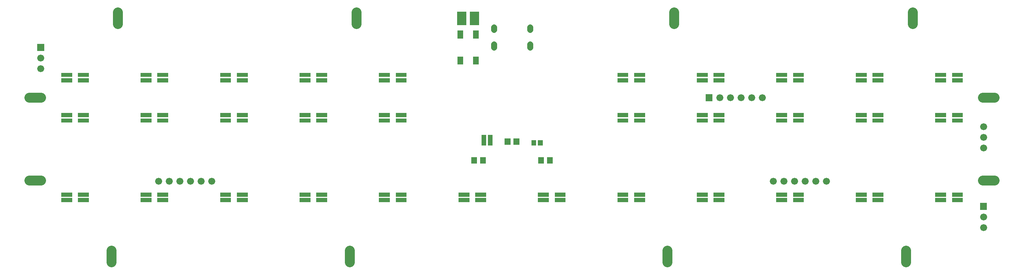
<source format=gts>
G04 Layer: TopSolderMaskLayer*
G04 EasyEDA v6.4.25, 2022-01-27T13:57:17+08:00*
G04 c860a57ab6e24c20a85ed983e1d1ab15,3b57db4a37c74da5bb1b5bc11455ab19,10*
G04 Gerber Generator version 0.2*
G04 Scale: 100 percent, Rotated: No, Reflected: No *
G04 Dimensions in inches *
G04 leading zeros omitted , absolute positions ,3 integer and 6 decimal *
%FSLAX36Y36*%
%MOIN*%

%ADD39C,0.0552*%
%ADD40C,0.0946*%
%ADD46C,0.0660*%

%LPD*%
D39*
X-170077Y640253D02*
G01*
X-170077Y663874D01*
X170082Y640253D02*
G01*
X170082Y663874D01*
X170082Y471745D02*
G01*
X170082Y503242D01*
X-170077Y471745D02*
G01*
X-170077Y503242D01*
D40*
X-4433069Y3D02*
G01*
X-4543305Y3D01*
X-4433069Y-779526D02*
G01*
X-4543305Y-779526D01*
X4543310Y3D02*
G01*
X4433074Y3D01*
X4543310Y-779526D02*
G01*
X4433074Y-779526D01*
X-3771657Y-1440947D02*
G01*
X-3771657Y-1551183D01*
X-3708657Y803152D02*
G01*
X-3708657Y692916D01*
X-1527557Y-1440947D02*
G01*
X-1527557Y-1551183D01*
X-1464567Y803152D02*
G01*
X-1464567Y692916D01*
X1464562Y-1440947D02*
G01*
X1464562Y-1551183D01*
X1527563Y803152D02*
G01*
X1527563Y692916D01*
X3708662Y-1440947D02*
G01*
X3708662Y-1551183D01*
X3771652Y803152D02*
G01*
X3771652Y692916D01*
G36*
X-511847Y312984D02*
G01*
X-511847Y387784D01*
X-460646Y387784D01*
X-460646Y312984D01*
G37*
G36*
X-366147Y312984D02*
G01*
X-366147Y387784D01*
X-314947Y387784D01*
X-314947Y312984D01*
G37*
G36*
X-511847Y557083D02*
G01*
X-511847Y631884D01*
X-460646Y631884D01*
X-460646Y557083D01*
G37*
G36*
X-366147Y557083D02*
G01*
X-366147Y631884D01*
X-314947Y631884D01*
X-314947Y557083D01*
G37*
G36*
X-4244147Y195383D02*
G01*
X-4244147Y234884D01*
X-4141647Y234884D01*
X-4141647Y195383D01*
G37*
G36*
X-4086647Y195383D02*
G01*
X-4086647Y234884D01*
X-3984147Y234884D01*
X-3984147Y195383D01*
G37*
G36*
X-4086647Y144384D02*
G01*
X-4086647Y183883D01*
X-3984147Y183883D01*
X-3984147Y144384D01*
G37*
G36*
X-4244147Y144384D02*
G01*
X-4244147Y183883D01*
X-4141647Y183883D01*
X-4141647Y144384D01*
G37*
G36*
X-3496147Y195383D02*
G01*
X-3496147Y234884D01*
X-3393647Y234884D01*
X-3393647Y195383D01*
G37*
G36*
X-3338647Y195383D02*
G01*
X-3338647Y234884D01*
X-3236147Y234884D01*
X-3236147Y195383D01*
G37*
G36*
X-3338647Y144384D02*
G01*
X-3338647Y183883D01*
X-3236147Y183883D01*
X-3236147Y144384D01*
G37*
G36*
X-3496147Y144384D02*
G01*
X-3496147Y183883D01*
X-3393647Y183883D01*
X-3393647Y144384D01*
G37*
G36*
X-2748047Y195383D02*
G01*
X-2748047Y234884D01*
X-2645646Y234884D01*
X-2645646Y195383D01*
G37*
G36*
X-2590646Y195383D02*
G01*
X-2590646Y234884D01*
X-2488146Y234884D01*
X-2488146Y195383D01*
G37*
G36*
X-2590646Y144384D02*
G01*
X-2590646Y183883D01*
X-2488146Y183883D01*
X-2488146Y144384D01*
G37*
G36*
X-2748047Y144384D02*
G01*
X-2748047Y183883D01*
X-2645646Y183883D01*
X-2645646Y144384D01*
G37*
G36*
X-2000047Y195383D02*
G01*
X-2000047Y234884D01*
X-1897547Y234884D01*
X-1897547Y195383D01*
G37*
G36*
X-1842547Y195383D02*
G01*
X-1842547Y234884D01*
X-1740047Y234884D01*
X-1740047Y195383D01*
G37*
G36*
X-1842547Y144384D02*
G01*
X-1842547Y183883D01*
X-1740047Y183883D01*
X-1740047Y144384D01*
G37*
G36*
X-2000047Y144384D02*
G01*
X-2000047Y183883D01*
X-1897547Y183883D01*
X-1897547Y144384D01*
G37*
G36*
X-1252047Y195383D02*
G01*
X-1252047Y234884D01*
X-1149547Y234884D01*
X-1149547Y195383D01*
G37*
G36*
X-1094547Y195383D02*
G01*
X-1094547Y234884D01*
X-992047Y234884D01*
X-992047Y195383D01*
G37*
G36*
X-1094547Y144384D02*
G01*
X-1094547Y183883D01*
X-992047Y183883D01*
X-992047Y144384D01*
G37*
G36*
X-1252047Y144384D02*
G01*
X-1252047Y183883D01*
X-1149547Y183883D01*
X-1149547Y144384D01*
G37*
G36*
X992052Y195383D02*
G01*
X992052Y234884D01*
X1094552Y234884D01*
X1094552Y195383D01*
G37*
G36*
X1149552Y195383D02*
G01*
X1149552Y234884D01*
X1252052Y234884D01*
X1252052Y195383D01*
G37*
G36*
X1149552Y144384D02*
G01*
X1149552Y183883D01*
X1252052Y183883D01*
X1252052Y144384D01*
G37*
G36*
X992052Y144384D02*
G01*
X992052Y183883D01*
X1094552Y183883D01*
X1094552Y144384D01*
G37*
G36*
X1740052Y195383D02*
G01*
X1740052Y234884D01*
X1842552Y234884D01*
X1842552Y195383D01*
G37*
G36*
X1897552Y195383D02*
G01*
X1897552Y234884D01*
X2000052Y234884D01*
X2000052Y195383D01*
G37*
G36*
X1897552Y144384D02*
G01*
X1897552Y183883D01*
X2000052Y183883D01*
X2000052Y144384D01*
G37*
G36*
X1740052Y144384D02*
G01*
X1740052Y183883D01*
X1842552Y183883D01*
X1842552Y144384D01*
G37*
G36*
X2488152Y195383D02*
G01*
X2488152Y234884D01*
X2590652Y234884D01*
X2590652Y195383D01*
G37*
G36*
X2645652Y195383D02*
G01*
X2645652Y234884D01*
X2748053Y234884D01*
X2748053Y195383D01*
G37*
G36*
X2645652Y144384D02*
G01*
X2645652Y183883D01*
X2748053Y183883D01*
X2748053Y144384D01*
G37*
G36*
X2488152Y144384D02*
G01*
X2488152Y183883D01*
X2590652Y183883D01*
X2590652Y144384D01*
G37*
G36*
X3236152Y195383D02*
G01*
X3236152Y234884D01*
X3338652Y234884D01*
X3338652Y195383D01*
G37*
G36*
X3393652Y195383D02*
G01*
X3393652Y234884D01*
X3496152Y234884D01*
X3496152Y195383D01*
G37*
G36*
X3393652Y144384D02*
G01*
X3393652Y183883D01*
X3496152Y183883D01*
X3496152Y144384D01*
G37*
G36*
X3236152Y144384D02*
G01*
X3236152Y183883D01*
X3338652Y183883D01*
X3338652Y144384D01*
G37*
G36*
X3984152Y195383D02*
G01*
X3984152Y234884D01*
X4086652Y234884D01*
X4086652Y195383D01*
G37*
G36*
X4141652Y195383D02*
G01*
X4141652Y234884D01*
X4244152Y234884D01*
X4244152Y195383D01*
G37*
G36*
X4141652Y144384D02*
G01*
X4141652Y183883D01*
X4244152Y183883D01*
X4244152Y144384D01*
G37*
G36*
X3984152Y144384D02*
G01*
X3984152Y183883D01*
X4086652Y183883D01*
X4086652Y144384D01*
G37*
G36*
X-4086647Y-234816D02*
G01*
X-4086647Y-195315D01*
X-3984147Y-195315D01*
X-3984147Y-234816D01*
G37*
G36*
X-4244147Y-234816D02*
G01*
X-4244147Y-195315D01*
X-4141647Y-195315D01*
X-4141647Y-234816D01*
G37*
G36*
X-4244147Y-183816D02*
G01*
X-4244147Y-144315D01*
X-4141647Y-144315D01*
X-4141647Y-183816D01*
G37*
G36*
X-4086647Y-183816D02*
G01*
X-4086647Y-144315D01*
X-3984147Y-144315D01*
X-3984147Y-183816D01*
G37*
G36*
X-3338647Y-234816D02*
G01*
X-3338647Y-195315D01*
X-3236147Y-195315D01*
X-3236147Y-234816D01*
G37*
G36*
X-3496147Y-234816D02*
G01*
X-3496147Y-195315D01*
X-3393647Y-195315D01*
X-3393647Y-234816D01*
G37*
G36*
X-3496147Y-183816D02*
G01*
X-3496147Y-144315D01*
X-3393647Y-144315D01*
X-3393647Y-183816D01*
G37*
G36*
X-3338647Y-183816D02*
G01*
X-3338647Y-144315D01*
X-3236147Y-144315D01*
X-3236147Y-183816D01*
G37*
G36*
X-2590646Y-234816D02*
G01*
X-2590646Y-195315D01*
X-2488146Y-195315D01*
X-2488146Y-234816D01*
G37*
G36*
X-2748047Y-234816D02*
G01*
X-2748047Y-195315D01*
X-2645646Y-195315D01*
X-2645646Y-234816D01*
G37*
G36*
X-2748047Y-183816D02*
G01*
X-2748047Y-144315D01*
X-2645646Y-144315D01*
X-2645646Y-183816D01*
G37*
G36*
X-2590646Y-183816D02*
G01*
X-2590646Y-144315D01*
X-2488146Y-144315D01*
X-2488146Y-183816D01*
G37*
G36*
X-1842547Y-234816D02*
G01*
X-1842547Y-195315D01*
X-1740047Y-195315D01*
X-1740047Y-234816D01*
G37*
G36*
X-2000047Y-234816D02*
G01*
X-2000047Y-195315D01*
X-1897547Y-195315D01*
X-1897547Y-234816D01*
G37*
G36*
X-2000047Y-183816D02*
G01*
X-2000047Y-144315D01*
X-1897547Y-144315D01*
X-1897547Y-183816D01*
G37*
G36*
X-1842547Y-183816D02*
G01*
X-1842547Y-144315D01*
X-1740047Y-144315D01*
X-1740047Y-183816D01*
G37*
G36*
X-1094547Y-234816D02*
G01*
X-1094547Y-195315D01*
X-992047Y-195315D01*
X-992047Y-234816D01*
G37*
G36*
X-1252047Y-234816D02*
G01*
X-1252047Y-195315D01*
X-1149547Y-195315D01*
X-1149547Y-234816D01*
G37*
G36*
X-1252047Y-183816D02*
G01*
X-1252047Y-144315D01*
X-1149547Y-144315D01*
X-1149547Y-183816D01*
G37*
G36*
X-1094547Y-183816D02*
G01*
X-1094547Y-144315D01*
X-992047Y-144315D01*
X-992047Y-183816D01*
G37*
G36*
X1149552Y-234816D02*
G01*
X1149552Y-195315D01*
X1252052Y-195315D01*
X1252052Y-234816D01*
G37*
G36*
X992052Y-234816D02*
G01*
X992052Y-195315D01*
X1094552Y-195315D01*
X1094552Y-234816D01*
G37*
G36*
X992052Y-183816D02*
G01*
X992052Y-144315D01*
X1094552Y-144315D01*
X1094552Y-183816D01*
G37*
G36*
X1149552Y-183816D02*
G01*
X1149552Y-144315D01*
X1252052Y-144315D01*
X1252052Y-183816D01*
G37*
G36*
X1897552Y-234816D02*
G01*
X1897552Y-195315D01*
X2000052Y-195315D01*
X2000052Y-234816D01*
G37*
G36*
X1740052Y-234816D02*
G01*
X1740052Y-195315D01*
X1842552Y-195315D01*
X1842552Y-234816D01*
G37*
G36*
X1740052Y-183816D02*
G01*
X1740052Y-144315D01*
X1842552Y-144315D01*
X1842552Y-183816D01*
G37*
G36*
X1897552Y-183816D02*
G01*
X1897552Y-144315D01*
X2000052Y-144315D01*
X2000052Y-183816D01*
G37*
G36*
X2645652Y-234816D02*
G01*
X2645652Y-195315D01*
X2748053Y-195315D01*
X2748053Y-234816D01*
G37*
G36*
X2488152Y-234816D02*
G01*
X2488152Y-195315D01*
X2590652Y-195315D01*
X2590652Y-234816D01*
G37*
G36*
X2488152Y-183816D02*
G01*
X2488152Y-144315D01*
X2590652Y-144315D01*
X2590652Y-183816D01*
G37*
G36*
X2645652Y-183816D02*
G01*
X2645652Y-144315D01*
X2748053Y-144315D01*
X2748053Y-183816D01*
G37*
G36*
X3393652Y-234816D02*
G01*
X3393652Y-195315D01*
X3496152Y-195315D01*
X3496152Y-234816D01*
G37*
G36*
X3236152Y-234816D02*
G01*
X3236152Y-195315D01*
X3338652Y-195315D01*
X3338652Y-234816D01*
G37*
G36*
X3236152Y-183816D02*
G01*
X3236152Y-144315D01*
X3338652Y-144315D01*
X3338652Y-183816D01*
G37*
G36*
X3393652Y-183816D02*
G01*
X3393652Y-144315D01*
X3496152Y-144315D01*
X3496152Y-183816D01*
G37*
G36*
X4141652Y-234816D02*
G01*
X4141652Y-195315D01*
X4244152Y-195315D01*
X4244152Y-234816D01*
G37*
G36*
X3984152Y-234816D02*
G01*
X3984152Y-195315D01*
X4086652Y-195315D01*
X4086652Y-234816D01*
G37*
G36*
X3984152Y-183816D02*
G01*
X3984152Y-144315D01*
X4086652Y-144315D01*
X4086652Y-183816D01*
G37*
G36*
X4141652Y-183816D02*
G01*
X4141652Y-144315D01*
X4244152Y-144315D01*
X4244152Y-183816D01*
G37*
G36*
X-4086647Y-982916D02*
G01*
X-4086647Y-943415D01*
X-3984147Y-943415D01*
X-3984147Y-982916D01*
G37*
G36*
X-4244147Y-982916D02*
G01*
X-4244147Y-943415D01*
X-4141647Y-943415D01*
X-4141647Y-982916D01*
G37*
G36*
X-4244147Y-931916D02*
G01*
X-4244147Y-892415D01*
X-4141647Y-892415D01*
X-4141647Y-931916D01*
G37*
G36*
X-4086647Y-931916D02*
G01*
X-4086647Y-892415D01*
X-3984147Y-892415D01*
X-3984147Y-931916D01*
G37*
G36*
X-3338647Y-982916D02*
G01*
X-3338647Y-943415D01*
X-3236147Y-943415D01*
X-3236147Y-982916D01*
G37*
G36*
X-3496147Y-982916D02*
G01*
X-3496147Y-943415D01*
X-3393647Y-943415D01*
X-3393647Y-982916D01*
G37*
G36*
X-3496147Y-931916D02*
G01*
X-3496147Y-892415D01*
X-3393647Y-892415D01*
X-3393647Y-931916D01*
G37*
G36*
X-3338647Y-931916D02*
G01*
X-3338647Y-892415D01*
X-3236147Y-892415D01*
X-3236147Y-931916D01*
G37*
G36*
X-2590646Y-982916D02*
G01*
X-2590646Y-943415D01*
X-2488146Y-943415D01*
X-2488146Y-982916D01*
G37*
G36*
X-2748047Y-982916D02*
G01*
X-2748047Y-943415D01*
X-2645646Y-943415D01*
X-2645646Y-982916D01*
G37*
G36*
X-2748047Y-931916D02*
G01*
X-2748047Y-892415D01*
X-2645646Y-892415D01*
X-2645646Y-931916D01*
G37*
G36*
X-2590646Y-931916D02*
G01*
X-2590646Y-892415D01*
X-2488146Y-892415D01*
X-2488146Y-931916D01*
G37*
G36*
X-1842547Y-982916D02*
G01*
X-1842547Y-943415D01*
X-1740047Y-943415D01*
X-1740047Y-982916D01*
G37*
G36*
X-2000047Y-982916D02*
G01*
X-2000047Y-943415D01*
X-1897547Y-943415D01*
X-1897547Y-982916D01*
G37*
G36*
X-2000047Y-931916D02*
G01*
X-2000047Y-892415D01*
X-1897547Y-892415D01*
X-1897547Y-931916D01*
G37*
G36*
X-1842547Y-931916D02*
G01*
X-1842547Y-892415D01*
X-1740047Y-892415D01*
X-1740047Y-931916D01*
G37*
G36*
X-1094547Y-982916D02*
G01*
X-1094547Y-943415D01*
X-992047Y-943415D01*
X-992047Y-982916D01*
G37*
G36*
X-1252047Y-982916D02*
G01*
X-1252047Y-943415D01*
X-1149547Y-943415D01*
X-1149547Y-982916D01*
G37*
G36*
X-1252047Y-931916D02*
G01*
X-1252047Y-892415D01*
X-1149547Y-892415D01*
X-1149547Y-931916D01*
G37*
G36*
X-1094547Y-931916D02*
G01*
X-1094547Y-892415D01*
X-992047Y-892415D01*
X-992047Y-931916D01*
G37*
G36*
X-346547Y-982916D02*
G01*
X-346547Y-943415D01*
X-244047Y-943415D01*
X-244047Y-982916D01*
G37*
G36*
X-504047Y-982916D02*
G01*
X-504047Y-943415D01*
X-401547Y-943415D01*
X-401547Y-982916D01*
G37*
G36*
X-504047Y-931916D02*
G01*
X-504047Y-892415D01*
X-401547Y-892415D01*
X-401547Y-931916D01*
G37*
G36*
X-346547Y-931916D02*
G01*
X-346547Y-892415D01*
X-244047Y-892415D01*
X-244047Y-931916D01*
G37*
G36*
X401552Y-982916D02*
G01*
X401552Y-943415D01*
X503953Y-943415D01*
X503953Y-982916D01*
G37*
G36*
X244052Y-982916D02*
G01*
X244052Y-943415D01*
X346552Y-943415D01*
X346552Y-982916D01*
G37*
G36*
X244052Y-931916D02*
G01*
X244052Y-892415D01*
X346552Y-892415D01*
X346552Y-931916D01*
G37*
G36*
X401552Y-931916D02*
G01*
X401552Y-892415D01*
X503953Y-892415D01*
X503953Y-931916D01*
G37*
G36*
X1149552Y-982916D02*
G01*
X1149552Y-943415D01*
X1252052Y-943415D01*
X1252052Y-982916D01*
G37*
G36*
X992052Y-982916D02*
G01*
X992052Y-943415D01*
X1094552Y-943415D01*
X1094552Y-982916D01*
G37*
G36*
X992052Y-931916D02*
G01*
X992052Y-892415D01*
X1094552Y-892415D01*
X1094552Y-931916D01*
G37*
G36*
X1149552Y-931916D02*
G01*
X1149552Y-892415D01*
X1252052Y-892415D01*
X1252052Y-931916D01*
G37*
G36*
X1897552Y-982916D02*
G01*
X1897552Y-943415D01*
X2000052Y-943415D01*
X2000052Y-982916D01*
G37*
G36*
X1740052Y-982916D02*
G01*
X1740052Y-943415D01*
X1842552Y-943415D01*
X1842552Y-982916D01*
G37*
G36*
X1740052Y-931916D02*
G01*
X1740052Y-892415D01*
X1842552Y-892415D01*
X1842552Y-931916D01*
G37*
G36*
X1897552Y-931916D02*
G01*
X1897552Y-892415D01*
X2000052Y-892415D01*
X2000052Y-931916D01*
G37*
G36*
X2645652Y-982916D02*
G01*
X2645652Y-943415D01*
X2748053Y-943415D01*
X2748053Y-982916D01*
G37*
G36*
X2488152Y-982916D02*
G01*
X2488152Y-943415D01*
X2590652Y-943415D01*
X2590652Y-982916D01*
G37*
G36*
X2488152Y-931916D02*
G01*
X2488152Y-892415D01*
X2590652Y-892415D01*
X2590652Y-931916D01*
G37*
G36*
X2645652Y-931916D02*
G01*
X2645652Y-892415D01*
X2748053Y-892415D01*
X2748053Y-931916D01*
G37*
G36*
X3393652Y-982916D02*
G01*
X3393652Y-943415D01*
X3496152Y-943415D01*
X3496152Y-982916D01*
G37*
G36*
X3236152Y-982916D02*
G01*
X3236152Y-943415D01*
X3338652Y-943415D01*
X3338652Y-982916D01*
G37*
G36*
X3236152Y-931916D02*
G01*
X3236152Y-892415D01*
X3338652Y-892415D01*
X3338652Y-931916D01*
G37*
G36*
X3393652Y-931916D02*
G01*
X3393652Y-892415D01*
X3496152Y-892415D01*
X3496152Y-931916D01*
G37*
G36*
X4141652Y-982916D02*
G01*
X4141652Y-943415D01*
X4244152Y-943415D01*
X4244152Y-982916D01*
G37*
G36*
X3984152Y-982916D02*
G01*
X3984152Y-943415D01*
X4086652Y-943415D01*
X4086652Y-982916D01*
G37*
G36*
X3984152Y-931916D02*
G01*
X3984152Y-892415D01*
X4086652Y-892415D01*
X4086652Y-931916D01*
G37*
G36*
X4141652Y-931916D02*
G01*
X4141652Y-892415D01*
X4244152Y-892415D01*
X4244152Y-931916D01*
G37*
G36*
X-68946Y-442916D02*
G01*
X-68946Y-383816D01*
X-13747Y-383816D01*
X-13747Y-442916D01*
G37*
G36*
X13752Y-442916D02*
G01*
X13752Y-383816D01*
X68953Y-383816D01*
X68953Y-442916D01*
G37*
G36*
X-383946Y-620115D02*
G01*
X-383946Y-561015D01*
X-328747Y-561015D01*
X-328747Y-620115D01*
G37*
G36*
X-301247Y-620115D02*
G01*
X-301247Y-561015D01*
X-246046Y-561015D01*
X-246046Y-620115D01*
G37*
G36*
X246053Y-620115D02*
G01*
X246053Y-561015D01*
X301252Y-561015D01*
X301252Y-620115D01*
G37*
G36*
X328752Y-620115D02*
G01*
X328752Y-561015D01*
X383953Y-561015D01*
X383953Y-620115D01*
G37*
G36*
X-226947Y-399016D02*
G01*
X-226947Y-351015D01*
X-182947Y-351015D01*
X-182947Y-399016D01*
G37*
G36*
X-287147Y-399016D02*
G01*
X-287147Y-351015D01*
X-243146Y-351015D01*
X-243146Y-399016D01*
G37*
G36*
X-226947Y-449016D02*
G01*
X-226947Y-401015D01*
X-182947Y-401015D01*
X-182947Y-449016D01*
G37*
G36*
X-287147Y-449016D02*
G01*
X-287147Y-401015D01*
X-243146Y-401015D01*
X-243146Y-449016D01*
G37*
G36*
X244353Y-449016D02*
G01*
X244353Y-401015D01*
X288352Y-401015D01*
X288352Y-449016D01*
G37*
G36*
X184152Y-449016D02*
G01*
X184152Y-401015D01*
X228152Y-401015D01*
X228152Y-449016D01*
G37*
G36*
X-397746Y684983D02*
G01*
X-397746Y811084D01*
X-310947Y811084D01*
X-310947Y684983D01*
G37*
G36*
X-515847Y684983D02*
G01*
X-515847Y811084D01*
X-429047Y811084D01*
X-429047Y684983D01*
G37*
D46*
G01*
X4438193Y-274016D03*
G01*
X4438193Y-374016D03*
G01*
X4438193Y-474016D03*
G01*
X-3225397Y-787406D03*
G01*
X-3325397Y-787406D03*
G01*
X-3125397Y-787406D03*
G01*
X-3025397Y-787406D03*
G01*
X-2925397Y-787406D03*
G01*
X2758863Y-787406D03*
G01*
X2658863Y-787406D03*
G01*
X2558863Y-787406D03*
G01*
X2458863Y-787406D03*
G01*
X2858863Y-787406D03*
G01*
X2958863Y-787406D03*
G01*
X4438193Y-1122046D03*
G01*
X4438193Y-1222046D03*
G36*
X4405153Y-1055016D02*
G01*
X4405153Y-989016D01*
X4471152Y-989016D01*
X4471152Y-1055016D01*
G37*
G36*
X1821952Y-33015D02*
G01*
X1821952Y32984D01*
X1887952Y32984D01*
X1887952Y-33015D01*
G37*
G01*
X1955002Y3D03*
G01*
X2055002Y3D03*
G01*
X2155002Y3D03*
G01*
X2255002Y3D03*
G01*
X2355002Y3D03*
G01*
X-2825397Y-787406D03*
G01*
X-4438187Y374014D03*
G01*
X-4438187Y274014D03*
G36*
X-4471147Y440983D02*
G01*
X-4471147Y506984D01*
X-4405147Y506984D01*
X-4405147Y440983D01*
G37*
M02*

</source>
